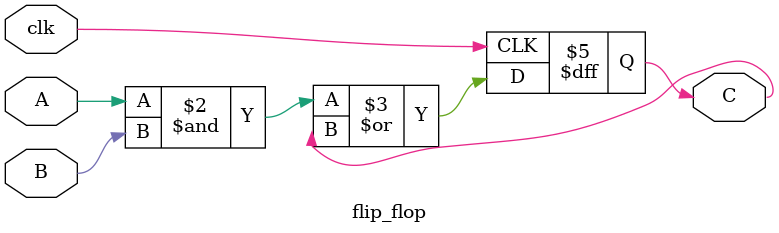
<source format=v>
module flip_flop(
    input A, B, clk, output reg C
);
    initial begin
        C = 1'b0;
    end
    always @(posedge clk) begin
        C = (A & B) | C;
    end
endmodule

</source>
